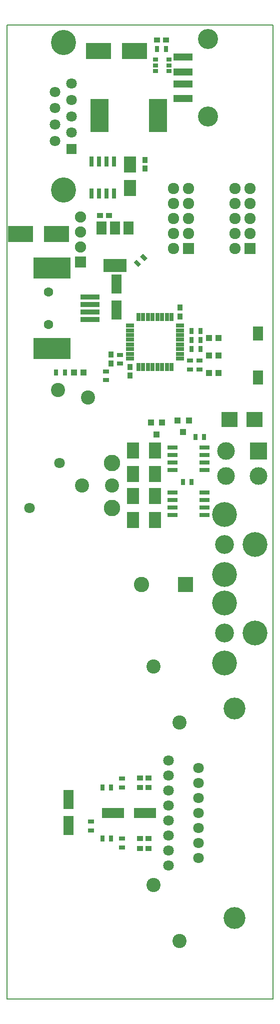
<source format=gbr>
G04 #@! TF.GenerationSoftware,KiCad,Pcbnew,(5.0.0-rc2-dev-311-g1dd4af297)*
G04 #@! TF.CreationDate,2018-07-03T13:58:45+02:00*
G04 #@! TF.ProjectId,resetUSB,72657365745553422E6B696361645F70,1.0*
G04 #@! TF.SameCoordinates,PX29ff57cPY2521014*
G04 #@! TF.FileFunction,Soldermask,Top*
G04 #@! TF.FilePolarity,Negative*
%FSLAX46Y46*%
G04 Gerber Fmt 4.6, Leading zero omitted, Abs format (unit mm)*
G04 Created by KiCad (PCBNEW (5.0.0-rc2-dev-311-g1dd4af297)) date 07/03/18 13:58:45*
%MOMM*%
%LPD*%
G01*
G04 APERTURE LIST*
%ADD10C,0.150000*%
%ADD11C,2.400000*%
%ADD12R,1.100000X0.700000*%
%ADD13R,2.600000X2.600000*%
%ADD14C,2.600000*%
%ADD15R,0.700000X1.100000*%
%ADD16C,1.800000*%
%ADD17R,1.800000X1.800000*%
%ADD18C,4.250000*%
%ADD19R,1.000000X0.950000*%
%ADD20R,1.700000X2.200000*%
%ADD21R,4.000000X2.200000*%
%ADD22R,1.927200X1.927200*%
%ADD23O,1.927200X1.927200*%
%ADD24R,0.900000X0.710000*%
%ADD25R,2.000000X2.700000*%
%ADD26R,0.800000X1.750000*%
%ADD27R,0.950000X1.000000*%
%ADD28R,4.200000X2.700000*%
%ADD29R,3.100000X5.600000*%
%ADD30C,3.700000*%
%ADD31R,3.200000X1.200000*%
%ADD32C,3.400000*%
%ADD33C,2.800000*%
%ADD34R,3.200000X0.900000*%
%ADD35R,6.240000X3.600000*%
%ADD36C,1.600000*%
%ADD37C,4.200000*%
%ADD38C,3.200000*%
%ADD39R,3.700000X1.800000*%
%ADD40R,1.800000X3.200000*%
%ADD41C,3.000000*%
%ADD42R,3.000000X3.000000*%
%ADD43R,1.000000X1.100000*%
%ADD44R,1.750000X0.800000*%
%ADD45R,1.000000X1.000000*%
%ADD46R,0.800000X1.400000*%
%ADD47R,1.400000X0.800000*%
%ADD48R,1.800000X2.380000*%
%ADD49C,0.700000*%
%ADD50C,0.100000*%
%ADD51R,2.700000X2.500000*%
%ADD52R,1.900000X1.900000*%
%ADD53O,1.900000X1.900000*%
G04 APERTURE END LIST*
D10*
X0Y-165000000D02*
X0Y0D01*
X45000000Y-165000000D02*
X0Y-165000000D01*
X45000000Y0D02*
X45000000Y-165000000D01*
X0Y0D02*
X45000000Y0D01*
D11*
X8626000Y-61884000D03*
X13726000Y-63084000D03*
D12*
X16764000Y-58686000D03*
X16764000Y-60186000D03*
D13*
X30226000Y-94742000D03*
D14*
X22726000Y-94742000D03*
D15*
X26912000Y-4064000D03*
X25412000Y-4064000D03*
X32754000Y-54864000D03*
X31254000Y-54864000D03*
X32754000Y-51816000D03*
X31254000Y-51816000D03*
X32754000Y-53340000D03*
X31254000Y-53340000D03*
D16*
X8100000Y-11345000D03*
X8100000Y-14115000D03*
X8100000Y-16885000D03*
X8100000Y-19655000D03*
X10940000Y-9960000D03*
X10940000Y-12730000D03*
D17*
X10940000Y-21040000D03*
D16*
X10940000Y-18270000D03*
X10940000Y-15500000D03*
D18*
X9520000Y-3005000D03*
X9520000Y-27995000D03*
D19*
X17260000Y-32258000D03*
X15760000Y-32258000D03*
D20*
X20588000Y-34442000D03*
X15988000Y-34442000D03*
X18288000Y-34442000D03*
D21*
X18288000Y-40742000D03*
D22*
X41148000Y-37846000D03*
D23*
X38608000Y-37846000D03*
X41148000Y-35306000D03*
X38608000Y-35306000D03*
X41148000Y-32766000D03*
X38608000Y-32766000D03*
X41148000Y-30226000D03*
X38608000Y-30226000D03*
X41148000Y-27686000D03*
X38608000Y-27686000D03*
X28194000Y-27686000D03*
X30734000Y-27686000D03*
X28194000Y-30226000D03*
X30734000Y-30226000D03*
X28194000Y-32766000D03*
X30734000Y-32766000D03*
X28194000Y-35306000D03*
X30734000Y-35306000D03*
X28194000Y-37846000D03*
D22*
X30734000Y-37846000D03*
D19*
X25412000Y-2540000D03*
X26912000Y-2540000D03*
D24*
X25129000Y-7808000D03*
X25129000Y-6858000D03*
X25129000Y-5908000D03*
X27449000Y-5908000D03*
X27449000Y-6858000D03*
X27449000Y-7808000D03*
D25*
X20828000Y-27654000D03*
X20828000Y-23654000D03*
D26*
X18097000Y-28538000D03*
X16827000Y-28538000D03*
X15557000Y-28538000D03*
X14287000Y-28538000D03*
X14287000Y-23138000D03*
X15557000Y-23138000D03*
X16827000Y-23138000D03*
X18097000Y-23138000D03*
D27*
X23368000Y-22872000D03*
X23368000Y-24372000D03*
D28*
X21592000Y-4445000D03*
X15492000Y-4445000D03*
D29*
X15624000Y-15345000D03*
X25524000Y-15345000D03*
D28*
X2284000Y-35433000D03*
X8384000Y-35433000D03*
D30*
X38500000Y-115750000D03*
X38500000Y-151250000D03*
D31*
X29790000Y-12500000D03*
X29790000Y-10000000D03*
X29790000Y-5500000D03*
X29790000Y-8000000D03*
D32*
X34000000Y-2430000D03*
X34000000Y-15570000D03*
D16*
X3820000Y-81810000D03*
X8900000Y-74190000D03*
D11*
X12710000Y-78000000D03*
X17790000Y-78000000D03*
D33*
X17790000Y-81810000D03*
X17790000Y-74190000D03*
D34*
X14000000Y-49875000D03*
X14000000Y-46125000D03*
X14000000Y-48625000D03*
X14000000Y-47375000D03*
D35*
X7580000Y-54800000D03*
X7580000Y-41200000D03*
D36*
X7000000Y-50750000D03*
X7000000Y-45250000D03*
D37*
X36836500Y-82892000D03*
X36836500Y-93092000D03*
D38*
X36836500Y-87992000D03*
D37*
X41936500Y-87992000D03*
D15*
X17629500Y-137811000D03*
X16129500Y-137811000D03*
D39*
X17949500Y-133489500D03*
X23349500Y-133489500D03*
D12*
X19419500Y-127663000D03*
X19419500Y-129163000D03*
D37*
X41936500Y-102992000D03*
D38*
X36836500Y-102992000D03*
D37*
X36836500Y-108092000D03*
X36836500Y-97892000D03*
D40*
X10405500Y-131212000D03*
X10405500Y-135612000D03*
D12*
X19419500Y-139323000D03*
X19419500Y-137823000D03*
D19*
X22479500Y-137807500D03*
X23979500Y-137807500D03*
X22467500Y-129175000D03*
X23967500Y-129175000D03*
X23979500Y-127585000D03*
X22479500Y-127585000D03*
X23979500Y-139523000D03*
X22479500Y-139523000D03*
D15*
X17629500Y-129175000D03*
X16129500Y-129175000D03*
D16*
X27370000Y-142390000D03*
X27370000Y-139850000D03*
X27370000Y-137310000D03*
X27370000Y-134770000D03*
X27370000Y-132230000D03*
X27370000Y-129690000D03*
X27370000Y-127150000D03*
X27370000Y-124610000D03*
X32450000Y-141120000D03*
X32450000Y-138580000D03*
X32450000Y-136040000D03*
X32450000Y-125880000D03*
X32450000Y-128420000D03*
X32450000Y-130960000D03*
X32450000Y-133500000D03*
D12*
X14215500Y-136448000D03*
X14215500Y-134948000D03*
D11*
X24770000Y-108650000D03*
X29210000Y-118180000D03*
X24770000Y-145650000D03*
X29210000Y-155180000D03*
D41*
X37076000Y-76414000D03*
X37076000Y-72214000D03*
X42576000Y-76414000D03*
D42*
X42576000Y-72214000D03*
D25*
X21335500Y-72082700D03*
X21335500Y-76082700D03*
X25018500Y-76082700D03*
X25018500Y-72082700D03*
X21335500Y-83829700D03*
X21335500Y-79829700D03*
D43*
X25314000Y-69366000D03*
X24364000Y-67366000D03*
X26264000Y-67366000D03*
X29809000Y-68988500D03*
X28859000Y-66988500D03*
X30759000Y-66988500D03*
D25*
X25018500Y-79829700D03*
X25018500Y-83829700D03*
D44*
X28046200Y-75386100D03*
X28046200Y-74116100D03*
X28046200Y-72846100D03*
X28046200Y-71576100D03*
X33446200Y-71576100D03*
X33446200Y-72846100D03*
X33446200Y-74116100D03*
X33446200Y-75386100D03*
X28046200Y-83006100D03*
X28046200Y-81736100D03*
X28046200Y-80466100D03*
X28046200Y-79196100D03*
X33446200Y-79196100D03*
X33446200Y-80466100D03*
X33446200Y-81736100D03*
X33446200Y-83006100D03*
D15*
X29758500Y-77416000D03*
X31258500Y-77416000D03*
X31880800Y-69846800D03*
X33380800Y-69846800D03*
D45*
X12896000Y-58920500D03*
X11296000Y-58920500D03*
D15*
X9798000Y-58879000D03*
X8298000Y-58879000D03*
D46*
X22238143Y-57983228D03*
X23038143Y-57983228D03*
X23838143Y-57983228D03*
X24638143Y-57983228D03*
X25438143Y-57983228D03*
X26238143Y-57983228D03*
X27038143Y-57983228D03*
X27838143Y-57983228D03*
D47*
X29288143Y-56533228D03*
X29288143Y-55733228D03*
X29288143Y-54933228D03*
X29288143Y-54133228D03*
X29288143Y-53333228D03*
X29288143Y-52533228D03*
X29288143Y-51733228D03*
X29288143Y-50933228D03*
D46*
X27838143Y-49483228D03*
X27038143Y-49483228D03*
X26238143Y-49483228D03*
X25438143Y-49483228D03*
X24638143Y-49483228D03*
X23838143Y-49483228D03*
X23038143Y-49483228D03*
X22238143Y-49483228D03*
D47*
X20788143Y-50933228D03*
X20788143Y-51733228D03*
X20788143Y-52533228D03*
X20788143Y-53333228D03*
X20788143Y-54133228D03*
X20788143Y-54933228D03*
X20788143Y-55733228D03*
X20788143Y-56533228D03*
D12*
X19089702Y-57388124D03*
X19089702Y-55888124D03*
D27*
X17565702Y-57376124D03*
X17565702Y-55876124D03*
D40*
X18542000Y-48301000D03*
X18542000Y-43901000D03*
D48*
X42500000Y-52300000D03*
X42500000Y-59700000D03*
D49*
X22075670Y-40408330D03*
D50*
G36*
X21934249Y-39771934D02*
X22712066Y-40549751D01*
X22217091Y-41044726D01*
X21439274Y-40266909D01*
X21934249Y-39771934D01*
X21934249Y-39771934D01*
G37*
D49*
X23136330Y-39347670D03*
D50*
G36*
X22994909Y-38711274D02*
X23772726Y-39489091D01*
X23277751Y-39984066D01*
X22499934Y-39206249D01*
X22994909Y-38711274D01*
X22994909Y-38711274D01*
G37*
D45*
X35800000Y-59000000D03*
X34200000Y-59000000D03*
X35800000Y-53000000D03*
X34200000Y-53000000D03*
D12*
X32617800Y-58346800D03*
X32617800Y-56846800D03*
D27*
X20792200Y-57919800D03*
X20792200Y-59419800D03*
X29275800Y-47886800D03*
X29275800Y-49386800D03*
D45*
X34200000Y-56000000D03*
X35800000Y-56000000D03*
D51*
X37632000Y-66880000D03*
X41932000Y-66880000D03*
D52*
X12446000Y-40204000D03*
D53*
X12446000Y-37664000D03*
X12446000Y-35124000D03*
X12446000Y-32584000D03*
D12*
X30941400Y-56846800D03*
X30941400Y-58346800D03*
M02*

</source>
